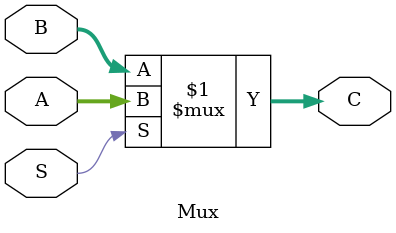
<source format=sv>
module Mux #(parameter N = 4)(


	input [N-1:0] A, B,
	input S,
	output [N-1:0] C


);

assign C = S? A: B;


endmodule 
</source>
